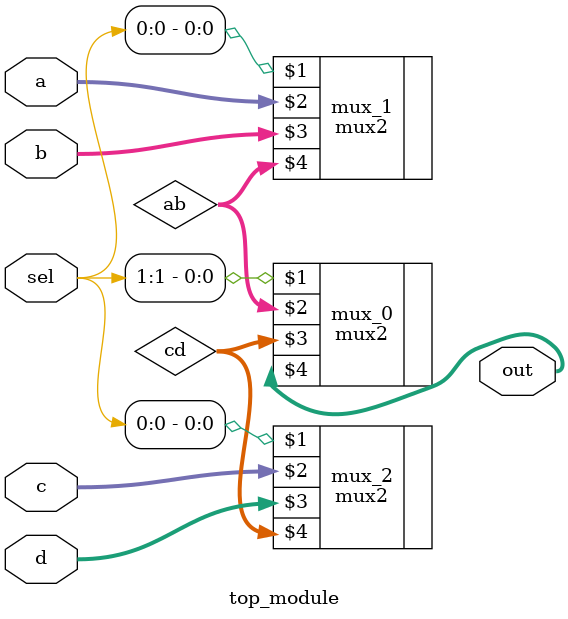
<source format=v>
module top_module (
    input [1:0] sel,
    input [7:0] a,
    input [7:0] b,
    input [7:0] c,
    input [7:0] d,
    output [7:0] out  ); //

   wire [7:0] ab, cd;
mux2 mux_0 (sel[1], ab, cd, out);
mux2 mux_1 (sel[0], a, b, ab);
mux2 mux_2 (sel[0], c, d, cd);

endmodule

</source>
